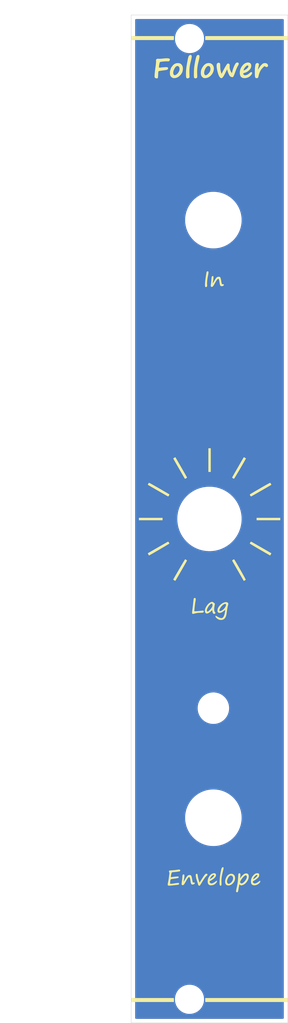
<source format=kicad_pcb>
(kicad_pcb (version 20211014) (generator pcbnew)
  (layers (0 "F.Cu" signal) (31 "B.Cu" signal) (34 "B.Paste" user) (35 "F.Paste" user) (36 "B.SilkS" user "B.Silkscreen") (37 "F.SilkS" user "F.Silkscreen") (38 "B.Mask" user) (39 "F.Mask" user) (44 "Edge.Cuts" user))
  (net 0 "")
  (footprint "Eurorack_Frontpanels:Eurorack_Frontpanel_4HP_M2.5" (layer "F.Cu") (at 0 0)
    (fp_text reference "REF**")
    (fp_text value "Eurorack_Frontpanel_4HP_M2.5")
    (fp_line (start 20 128.5) (end 0 128.5) (layer "Edge.Cuts") (width 0.05))
    (fp_line (start 0 0) (end 20 0) (layer "Edge.Cuts") (width 0.05))
    (fp_line (start 20 0) (end 20 128.5) (layer "Edge.Cuts") (width 0.05))
    (fp_line (start 0 128.5) (end 0 0) (layer "Edge.Cuts") (width 0.05))
    (pad "" np_thru_hole circle locked (at 7.45 3) (size 2.7 2.7) (drill 2.7) (layers F&B.Cu *.Mask))
    (pad "" np_thru_hole circle locked (at 7.45 125.5) (size 2.7 2.7) (drill 2.7) (layers F&B.Cu *.Mask))
  )
  (footprint "Envelope Follower:Front" (layer "F.Cu") (at 10 64.25)
    (fp_text reference "G***" hide)
    (fp_text value "LOGO" hide)
    (fp_poly (pts (xy 6.205788 45.178904) (xy 6.28948 45.211023) (xy 6.300082 45.219481) (xy 6.344948 45.29498) (xy 6.358501 45.400555) (xy 6.34117 45.519539) (xy 6.29339 45.635261) (xy 6.289123 45.642467) (xy 6.217494 45.731839) (xy 6.106499 45.835173) (xy 5.968151 45.942908) (xy 5.814461 46.045482) (xy 5.700167 46.111244) (xy 5.593438 46.180235) (xy 5.541161 46.246982) (xy 5.541752 46.316529) (xy 5.593627 46.393921) (xy 5.607059 46.407847) (xy 5.702996 46.465868) (xy 5.823886 46.475613) (xy 5.966558 46.437817) (xy 6.127842 46.353217) (xy 6.264408 46.255301) (xy 6.346183 46.19524) (xy 6.415462 46.152987) (xy 6.45512 46.138153) (xy 6.489679 46.159988) (xy 6.495974 46.215791) (xy 6.474706 46.291014) (xy 6.445133 46.345417) (xy 6.331161 46.476575) (xy 6.184122 46.584355) (xy 6.017126 46.663695) (xy 5.843284 46.709532) (xy 5.675705 46.716805) (xy 5.551836 46.690323) (xy 5.43274 46.626406) (xy 5.353874 46.531501) (xy 5.312541 46.425492) (xy 5.288754 46.249203) (xy 5.304682 46.050294) (xy 5.344629 45.895641) (xy 5.594216 45.895641) (xy 5.613327 45.913554) (xy 5.666543 45.8955) (xy 5.747687 45.845143) (xy 5.850583 45.766145) (xy 5.934185 45.694025) (xy 6.037304 45.595684) (xy 6.097604 45.522375) (xy 6.118958 45.4673) (xy 6.105238 45.423661) (xy 6.094925 45.411848) (xy 6.059318 45.386391) (xy 6.017425 45.391104) (xy 5.969966 45.413315) (xy 5.88217 45.47448) (xy 5.790383 45.563697) (xy 5.705444 45.667048) (xy 5.638198 45.770618) (xy 5.599485 45.860489) (xy 5.594216 45.895641) (xy 5.344629 45.895641) (xy 5.357995 45.843895) (xy 5.427181 45.68122) (xy 5.500815 45.565521) (xy 5.601751 45.443952) (xy 5.714127 45.333177) (xy 5.822079 45.249862) (xy 5.856974 45.229713) (xy 5.971002 45.188677) (xy 6.093451 45.171598)) (layer "F.SilkS") (width 0) (fill solid))
    (fp_poly (pts (xy -0.375977 45.239299) (xy -0.304764 45.250118) (xy -0.272112 45.27659) (xy -0.26008 45.333583) (xy -0.259889 45.335524) (xy -0.263199 45.399364) (xy -0.295786 45.451505) (xy -0.352047 45.499675) (xy -0.458898 45.600242) (xy -0.585211 45.753772) (xy -0.730937 45.960196) (xy -0.896025 46.219445) (xy -0.976941 46.353866) (xy -1.058748 46.48889) (xy -1.13319 46.606264) (xy -1.194594 46.697461) (xy -1.237286 46.753957) (xy -1.25264 46.768167) (xy -1.30568 46.767755) (xy -1.358939 46.74952) (xy -1.413513 46.704285) (xy -1.43573 46.660135) (xy -1.447447 46.61517) (xy -1.473724 46.52703) (xy -1.511325 46.406171) (xy -1.557019 46.26305) (xy -1.588424 46.166407) (xy -1.654951 45.953765) (xy -1.701449 45.781781) (xy -1.730568 45.639355) (xy -1.744962 45.515391) (xy -1.745315 45.509933) (xy -1.751199 45.399574) (xy -1.749938 45.332482) (xy -1.738656 45.295582) (xy -1.714478 45.275795) (xy -1.691759 45.266389) (xy -1.614022 45.247696) (xy -1.559781 45.263529) (xy -1.523982 45.319967) (xy -1.501572 45.423085) (xy -1.492802 45.505687) (xy -1.471138 45.656589) (xy -1.430998 45.837762) (xy -1.37717 46.027982) (xy -1.369852 46.050923) (xy -1.265668 46.373197) (xy -1.180955 46.234485) (xy -1.038642 46.004529) (xy -0.907312 45.798355) (xy -0.790714 45.621588) (xy -0.6926 45.479856) (xy -0.616719 45.378784) (xy -0.587879 45.344805) (xy -0.521085 45.27745) (xy -0.468077 45.245038) (xy -0.408538 45.237454)) (layer "F.SilkS") (width 0) (fill solid))
    (fp_poly (pts (xy -3.853247 -58.103783) (xy -3.700662 -58.044806) (xy -3.576143 -57.942278) (xy -3.531239 -57.886536) (xy -3.456983 -57.761813) (xy -3.412469 -57.62682) (xy -3.394052 -57.466174) (xy -3.395432 -57.313689) (xy -3.429648 -57.082674) (xy -3.512343 -56.869441) (xy -3.646557 -56.667567) (xy -3.760785 -56.541471) (xy -3.944672 -56.382761) (xy -4.129504 -56.276102) (xy -4.32326 -56.217476) (xy -4.429684 -56.204672) (xy -4.546187 -56.201195) (xy -4.631744 -56.211775) (xy -4.711041 -56.240567) (xy -4.746229 -56.257955) (xy -4.848962 -56.329164) (xy -4.940652 -56.422506) (xy -4.956499 -56.443771) (xy -4.99854 -56.510646) (xy -5.02499 -56.575274) (xy -5.040481 -56.65551) (xy -5.049646 -56.769209) (xy -5.051785 -56.811068) (xy -5.055279 -56.947499) (xy -5.054189 -56.963791) (xy -4.626966 -56.963791) (xy -4.6264 -56.808159) (xy -4.586374 -56.680676) (xy -4.544779 -56.622404) (xy -4.468965 -56.576484) (xy -4.372539 -56.580745) (xy -4.253793 -56.635441) (xy -4.196194 -56.673988) (xy -4.068559 -56.791157) (xy -3.956224 -56.940552) (xy -3.872604 -57.101966) (xy -3.837796 -57.213869) (xy -3.820487 -57.383888) (xy -3.840195 -57.525955) (xy -3.89033 -57.636355) (xy -3.964301 -57.71137) (xy -4.055519 -57.747283) (xy -4.157393 -57.740376) (xy -4.263334 -57.686933) (xy -4.36675 -57.583235) (xy -4.402431 -57.53236) (xy -4.51393 -57.332613) (xy -4.589126 -57.140849) (xy -4.626966 -56.963791) (xy -5.054189 -56.963791) (xy -5.048207 -57.053195) (xy -5.02716 -57.153475) (xy -4.989975 -57.270078) (xy -4.95437 -57.3735) (xy -4.926193 -57.457021) (xy -4.910494 -57.505624) (xy -4.909193 -57.510234) (xy -4.888469 -57.550199) (xy -4.88601 -57.552614) (xy -4.86238 -57.582172) (xy -4.818475 -57.643314) (xy -4.781717 -57.696563) (xy -4.629763 -57.881499) (xy -4.46072 -58.013232) (xy -4.272252 -58.093106) (xy -4.062026 -58.122462) (xy -4.041381 -58.122673)) (layer "F.SilkS") (width 0) (fill solid))
    (fp_poly (pts (xy 10.030034 -61.056063) (xy -0.536818 -61.056063) (xy -0.536818 -61.564628) (xy 10.030034 -61.564628)) (layer "F.SilkS") (width 0) (fill solid))
    (fp_poly (pts (xy 0.123585 -58.093452) (xy 0.27611 -58.020505) (xy 0.397604 -57.909219) (xy 0.427705 -57.86683) (xy 0.507456 -57.715658) (xy 0.550205 -57.563356) (xy 0.560584 -57.389662) (xy 0.556307 -57.304161) (xy 0.511858 -57.072199) (xy 0.417445 -56.848069) (xy 0.279583 -56.641371) (xy 0.104787 -56.461706) (xy -0.100426 -56.318672) (xy -0.119642 -56.308202) (xy -0.269472 -56.246505) (xy -0.432184 -56.20939) (xy -0.590427 -56.198797) (xy -0.726853 -56.216666) (xy -0.776974 -56.234729) (xy -0.897908 -56.317854) (xy -1.002149 -56.439584) (xy -1.060105 -56.54665) (xy -1.087614 -56.651871) (xy -1.102168 -56.791849) (xy -1.102373 -56.8176) (xy -0.673872 -56.8176) (xy -0.642113 -56.689855) (xy -0.636301 -56.677902) (xy -0.578878 -56.598644) (xy -0.50805 -56.567658) (xy -0.414383 -56.582647) (xy -0.351914 -56.608608) (xy -0.258699 -56.670287) (xy -0.154691 -56.765829) (xy -0.054962 -56.878853) (xy 0.025416 -56.992983) (xy 0.057234 -57.053239) (xy 0.110378 -57.213414) (xy 0.129244 -57.367016) (xy 0.11616 -57.505585) (xy 0.073457 -57.620662) (xy 0.003465 -57.70379) (xy -0.091488 -57.746509) (xy -0.134768 -57.75039) (xy -0.249984 -57.725839) (xy -0.35843 -57.65042) (xy -0.463742 -57.521486) (xy -0.477037 -57.501209) (xy -0.570207 -57.328292) (xy -0.635609 -57.148758) (xy -0.670934 -56.974548) (xy -0.673872 -56.8176) (xy -1.102373 -56.8176) (xy -1.103397 -56.946252) (xy -1.09093 -57.094748) (xy -1.071854 -57.191939) (xy -0.999186 -57.394701) (xy -0.895753 -57.590768) (xy -0.769913 -57.768997) (xy -0.630023 -57.918246) (xy -0.484442 -58.027372) (xy -0.420969 -58.059705) (xy -0.234876 -58.115306) (xy -0.050051 -58.125804)) (layer "F.SilkS") (width 0) (fill solid))
    (fp_poly (pts (xy 2.24951 10.628377) (xy 2.268337 10.636495) (xy 2.349152 10.687584) (xy 2.394148 10.752882) (xy 2.405305 10.841914) (xy 2.384604 10.964209) (xy 2.356574 11.061115) (xy 2.32863 11.167054) (xy 2.297973 11.312963) (xy 2.267638 11.482598) (xy 2.240659 11.659714) (xy 2.230807 11.734437) (xy 2.200572 11.962233) (xy 2.171786 12.142975) (xy 2.142002 12.285981) (xy 2.108777 12.400568) (xy 2.069665 12.496055) (xy 2.022222 12.581761) (xy 1.99919 12.61713) (xy 1.878842 12.753967) (xy 1.734919 12.840443) (xy 1.562832 12.878924) (xy 1.485935 12.881417) (xy 1.376978 12.875114) (xy 1.278081 12.86123) (xy 1.229033 12.848723) (xy 1.098997 12.788651) (xy 0.976871 12.708592) (xy 0.87327 12.618119) (xy 0.798806 12.526806) (xy 0.764095 12.444227) (xy 0.762848 12.428238) (xy 0.770258 12.373924) (xy 0.796948 12.351634) (xy 0.849606 12.362206) (xy 0.934922 12.406479) (xy 1.021919 12.460724) (xy 1.177662 12.548267) (xy 1.331091 12.610862) (xy 1.469164 12.644255) (xy 1.578841 12.644196) (xy 1.582328 12.643465) (xy 1.691164 12.590817) (xy 1.786236 12.484422) (xy 1.866907 12.325493) (xy 1.932536 12.115244) (xy 1.976387 11.894772) (xy 1.997812 11.75449) (xy 2.00688 11.664851) (xy 2.000562 11.620764) (xy 1.975829 11.61714) (xy 1.92965 11.648889) (xy 1.86419 11.706251) (xy 1.705506 11.830424) (xy 1.550283 11.917992) (xy 1.404353 11.968961) (xy 1.273549 11.983339) (xy 1.163704 11.96113) (xy 1.080651 11.902342) (xy 1.030223 11.806981) (xy 1.017288 11.705344) (xy 1.023382 11.624186) (xy 1.258478 11.624186) (xy 1.260121 11.670497) (xy 1.26991 11.694189) (xy 1.324874 11.744093) (xy 1.411171 11.747001) (xy 1.528769 11.702917) (xy 1.628466 11.644895) (xy 1.756285 11.547519) (xy 1.871877 11.432081) (xy 1.9705 11.306985) (xy 2.047414 11.180636) (xy 2.097879 11.061436) (xy 2.117155 10.957791) (xy 2.100501 10.878102) (xy 2.077008 10.849692) (xy 2.008347 10.827117) (xy 1.916993 10.846623) (xy 1.810175 10.902355) (xy 1.695124 10.988461) (xy 1.57907 11.099087) (xy 1.469244 11.22838) (xy 1.372875 11.370486) (xy 1.324997 11.458495) (xy 1.278973 11.558356) (xy 1.258478 11.624186) (xy 1.023382 11.624186) (xy 1.028766 11.55248) (xy 1.067279 11.413954) (xy 1.139529 11.269878) (xy 1.191733 11.187542) (xy 1.318964 11.026517) (xy 1.468677 10.885107) (xy 1.632159 10.767772) (xy 1.800697 10.678971) (xy 1.965576 10.623165) (xy 2.118085 10.604814)) (layer "F.SilkS") (width 0) (fill solid))
    (fp_poly (pts (xy -1.82787 10.077381) (xy -1.811805 10.084627) (xy -1.768281 10.139051) (xy -1.751191 10.237937) (xy -1.761034 10.375547) (xy -1.778626 10.467964) (xy -1.7977 10.566031) (xy -1.818695 10.696593) (xy -1.840528 10.850048) (xy -1.862118 11.016795) (xy -1.882381 11.187233) (xy -1.900236 11.35176) (xy -1.9146 11.500774) (xy -1.924393 11.624675) (xy -1.92853 11.71386) (xy -1.925931 11.758729) (xy -1.92443 11.76162) (xy -1.886194 11.769814) (xy -1.801102 11.771303) (xy -1.678329 11.766693) (xy -1.52705 11.756591) (xy -1.356441 11.741606) (xy -1.175678 11.722343) (xy -1.003153 11.700668) (xy -0.878079 11.687139) (xy -0.798403 11.689863) (xy -0.754494 11.712249) (xy -0.736721 11.757706) (xy -0.734594 11.79572) (xy -0.740223 11.860146) (xy -0.76247 11.906004) (xy -0.809375 11.936465) (xy -0.888978 11.9547) (xy -1.009317 11.963878) (xy -1.169185 11.967101) (xy -1.379922 11.97377) (xy -1.55781 11.991738) (xy -1.725825 12.023549) (xy -1.765851 12.033182) (xy -1.905178 12.06777) (xy -2.000359 12.090572) (xy -2.062081 12.103455) (xy -2.101032 12.108285) (xy -2.1279 12.106926) (xy -2.153371 12.101246) (xy -2.154319 12.101004) (xy -2.189127 12.082021) (xy -2.211022 12.041537) (xy -2.220316 11.97263) (xy -2.217323 11.868379) (xy -2.202355 11.72186) (xy -2.179225 11.550352) (xy -2.154284 11.36629) (xy -2.127433 11.150769) (xy -2.101643 10.928626) (xy -2.079882 10.724699) (xy -2.076833 10.693993) (xy -2.060827 10.535439) (xy -2.045554 10.392771) (xy -2.032286 10.277254) (xy -2.022297 10.200155) (xy -2.018489 10.177404) (xy -1.978428 10.109015) (xy -1.907775 10.072481)) (layer "F.SilkS") (width 0) (fill solid))
    (fp_poly (pts (xy 0.476053 -30.955212) (xy 0.494741 -30.937219) (xy 0.507867 -30.882416) (xy 0.511543 -30.785884) (xy 0.506589 -30.661462) (xy 0.493826 -30.522987) (xy 0.474076 -30.384297) (xy 0.456633 -30.294939) (xy 0.43557 -30.189556) (xy 0.424115 -30.108979) (xy 0.423864 -30.065817) (xy 0.427105 -30.061847) (xy 0.450475 -30.084695) (xy 0.493152 -30.145552) (xy 0.547265 -30.232886) (xy 0.566941 -30.266686) (xy 0.67786 -30.455729) (xy 0.768832 -30.599872) (xy 0.84424 -30.705214) (xy 0.90847 -30.777855) (xy 0.965905 -30.823893) (xy 0.968633 -30.82558) (xy 1.07087 -30.865848) (xy 1.187976 -30.880268) (xy 1.293962 -30.866836) (xy 1.327318 -30.853271) (xy 1.379992 -30.797072) (xy 1.427723 -30.687047) (xy 1.47078 -30.522364) (xy 1.509436 -30.302193) (xy 1.511079 -30.290948) (xy 1.53187 -30.164889) (xy 1.554203 -30.057604) (xy 1.574941 -29.9829) (xy 1.586863 -29.957343) (xy 1.638686 -29.928287) (xy 1.692962 -29.921948) (xy 1.777936 -29.923815) (xy 1.820815 -29.910899) (xy 1.835437 -29.876456) (xy 1.836485 -29.851996) (xy 1.810818 -29.771453) (xy 1.741811 -29.710139) (xy 1.641454 -29.675812) (xy 1.558362 -29.672036) (xy 1.477585 -29.684413) (xy 1.416948 -29.714573) (xy 1.371776 -29.770538) (xy 1.337394 -29.860326) (xy 1.309127 -29.991956) (xy 1.287168 -30.1372) (xy 1.257271 -30.330667) (xy 1.226279 -30.470959) (xy 1.191636 -30.561388) (xy 1.150789 -30.605268) (xy 1.101184 -30.605911) (xy 1.040266 -30.566629) (xy 0.992117 -30.519907) (xy 0.939448 -30.45347) (xy 0.869595 -30.350411) (xy 0.791306 -30.224316) (xy 0.713328 -30.088771) (xy 0.706341 -30.076055) (xy 0.609264 -29.901994) (xy 0.532006 -29.772725) (xy 0.469765 -29.68218) (xy 0.417738 -29.624289) (xy 0.371123 -29.592984) (xy 0.325117 -29.582197) (xy 0.315342 -29.581968) (xy 0.247239 -29.589634) (xy 0.209424 -29.603158) (xy 0.17641 -29.645555) (xy 0.16235 -29.720061) (xy 0.166806 -29.834048) (xy 0.187054 -29.98114) (xy 0.20584 -30.115819) (xy 0.22383 -30.280512) (xy 0.238296 -30.448756) (xy 0.243471 -30.528032) (xy 0.255742 -30.683048) (xy 0.272619 -30.805485) (xy 0.292569 -30.885296) (xy 0.300657 -30.902392) (xy 0.35147 -30.947286) (xy 0.417773 -30.966299)) (layer "F.SilkS") (width 0) (fill solid))
    (fp_poly (pts (xy -2.331788 -59.133437) (xy -2.307048 -59.111402) (xy -2.278701 -59.064689) (xy -2.264958 -58.998417) (xy -2.266431 -58.905886) (xy -2.283732 -58.780396) (xy -2.317474 -58.615246) (xy -2.368269 -58.403736) (xy -2.373646 -58.382403) (xy -2.449755 -58.061042) (xy -2.505091 -57.775468) (xy -2.541521 -57.509692) (xy -2.560909 -57.247725) (xy -2.565124 -56.973582) (xy -2.560603 -56.781042) (xy -2.543579 -56.306133) (xy -2.612552 -56.23716) (xy -2.690691 -56.188391) (xy -2.786122 -56.167031) (xy -2.873618 -56.177254) (xy -2.898829 -56.18981) (xy -2.93739 -56.226165) (xy -2.965255 -56.281424) (xy -2.983901 -56.363822) (xy -2.994806 -56.481594) (xy -2.999445 -56.642975) (xy -2.999861 -56.75316) (xy -2.998538 -56.90888) (xy -2.995446 -57.052888) (xy -2.991006 -57.171572) (xy -2.985642 -57.251323) (xy -2.983967 -57.265272) (xy -2.972404 -57.353281) (xy -2.959187 -57.466231) (xy -2.951712 -57.535902) (xy -2.935981 -57.660444) (xy -2.910898 -57.825695) (xy -2.879043 -58.017133) (xy -2.84299 -58.220231) (xy -2.805318 -58.420468) (xy -2.768603 -58.603318) (xy -2.735894 -58.752246) (xy -2.698453 -58.894076) (xy -2.661071 -58.992792) (xy -2.618289 -59.061515) (xy -2.597763 -59.084226) (xy -2.50833 -59.145088) (xy -2.414723 -59.161954)) (layer "F.SilkS") (width 0) (fill solid))
    (fp_poly (pts (xy 4.409291 -7.859413) (xy 4.472441 -7.831536) (xy 4.529775 -7.79824) (xy 4.663194 -7.713627) (xy 4.607185 -7.607481) (xy 4.549153 -7.500388) (xy 4.471334 -7.361122) (xy 4.376998 -7.195205) (xy 4.269413 -7.008155) (xy 4.15185 -6.805494) (xy 4.027576 -6.59274) (xy 3.899862 -6.375415) (xy 3.771975 -6.159038) (xy 3.647186 -5.94913) (xy 3.528763 -5.75121) (xy 3.419975 -5.570798) (xy 3.324091 -5.413416) (xy 3.244381 -5.284581) (xy 3.184113 -5.189816) (xy 3.146556 -5.134639) (xy 3.135568 -5.122532) (xy 3.087689 -5.13347) (xy 3.017062 -5.168132) (xy 2.988661 -5.185707) (xy 2.918536 -5.242249) (xy 2.898312 -5.288525) (xy 2.901082 -5.300618) (xy 2.918239 -5.333339) (xy 2.960353 -5.409001) (xy 3.024169 -5.52196) (xy 3.106435 -5.66657) (xy 3.203896 -5.837185) (xy 3.313299 -6.028159) (xy 3.43139 -6.233848) (xy 3.554916 -6.448604) (xy 3.680623 -6.666782) (xy 3.805257 -6.882738) (xy 3.925565 -7.090824) (xy 4.038293 -7.285396) (xy 4.140187 -7.460807) (xy 4.227994 -7.611413) (xy 4.29846 -7.731566) (xy 4.348332 -7.815623) (xy 4.374356 -7.857936) (xy 4.376998 -7.861615)) (layer "F.SilkS") (width 0) (fill solid))
    (fp_poly (pts (xy -7.695049 -4.596453) (xy -7.636815 -4.571648) (xy -7.552039 -4.529824) (xy -7.437318 -4.46916) (xy -7.289249 -4.387838) (xy -7.10443 -4.284037) (xy -6.879457 -4.155938) (xy -6.610927 -4.001721) (xy -6.464316 -3.917165) (xy -6.21945 -3.775633) (xy -5.988293 -3.641719) (xy -5.775688 -3.518252) (xy -5.586481 -3.408058) (xy -5.425516 -3.313966) (xy -5.297638 -3.238804) (xy -5.207692 -3.185399) (xy -5.160522 -3.15658) (xy -5.155662 -3.153317) (xy -5.123131 -3.12564) (xy -5.117171 -3.096531) (xy -5.138001 -3.046527) (xy -5.15728 -3.009948) (xy -5.208735 -2.922342) (xy -5.252601 -2.880579) (xy -5.303455 -2.878528) (xy -5.375878 -2.910055) (xy -5.384237 -2.914482) (xy -5.432445 -2.94125) (xy -5.523275 -2.992688) (xy -5.650435 -3.065174) (xy -5.80763 -3.155089) (xy -5.988568 -3.258813) (xy -6.186955 -3.372725) (xy -6.396497 -3.493205) (xy -6.610901 -3.616632) (xy -6.823874 -3.739388) (xy -7.029122 -3.857851) (xy -7.220351 -3.968402) (xy -7.391269 -4.067419) (xy -7.535581 -4.151284) (xy -7.621207 -4.201262) (xy -7.882348 -4.354112) (xy -7.827139 -4.458536) (xy -7.785707 -4.534422) (xy -7.751539 -4.592894) (xy -7.745503 -4.602283) (xy -7.730144 -4.606058)) (layer "F.SilkS") (width 0) (fill solid))
    (fp_poly (pts (xy 6.246921 -58.089568) (xy 6.303983 -58.022529) (xy 6.304797 -58.020775) (xy 6.316985 -57.977356) (xy 6.316797 -57.918067) (xy 6.302871 -57.83137) (xy 6.273843 -57.705722) (xy 6.262069 -57.659035) (xy 6.231129 -57.53284) (xy 6.206463 -57.422738) (xy 6.191115 -57.342893) (xy 6.187542 -57.31211) (xy 6.200251 -57.310372) (xy 6.234436 -57.350407) (xy 6.284185 -57.424562) (xy 6.319233 -57.482571) (xy 6.405642 -57.614041) (xy 6.51355 -57.755284) (xy 6.621844 -57.878958) (xy 6.638434 -57.895928) (xy 6.739109 -57.992296) (xy 6.81724 -58.054152) (xy 6.886202 -58.090603) (xy 6.951737 -58.109268) (xy 7.120438 -58.123725) (xy 7.263691 -58.096383) (xy 7.375315 -58.029907) (xy 7.449129 -57.926966) (xy 7.463211 -57.888592) (xy 7.482727 -57.804317) (xy 7.477493 -57.744086) (xy 7.456435 -57.697766) (xy 7.392162 -57.634507) (xy 7.302486 -57.611486) (xy 7.203384 -57.63046) (xy 7.14498 -57.663516) (xy 7.080975 -57.703411) (xy 7.03141 -57.721968) (xy 7.028347 -57.722136) (xy 6.991123 -57.702101) (xy 6.927545 -57.648621) (xy 6.847463 -57.571638) (xy 6.76073 -57.481089) (xy 6.677196 -57.386916) (xy 6.606713 -57.299057) (xy 6.599984 -57.289937) (xy 6.508067 -57.141103) (xy 6.420009 -56.957803) (xy 6.345081 -56.761818) (xy 6.292551 -56.574929) (xy 6.289443 -56.560291) (xy 6.260781 -56.426275) (xy 6.237867 -56.336815) (xy 6.21638 -56.280864) (xy 6.191996 -56.247375) (xy 6.160393 -56.2253) (xy 6.157822 -56.22391) (xy 6.082424 -56.2015) (xy 5.993553 -56.198311) (xy 5.915707 -56.213272) (xy 5.879025 -56.236083) (xy 5.846004 -56.290722) (xy 5.821929 -56.368517) (xy 5.805876 -56.476928) (xy 5.796918 -56.623415) (xy 5.794132 -56.81544) (xy 5.794629 -56.916908) (xy 5.796539 -57.103001) (xy 5.798763 -57.245075) (xy 5.801901 -57.355614) (xy 5.806556 -57.447106) (xy 5.81333 -57.532038) (xy 5.822824 -57.622895) (xy 5.832756 -57.708009) (xy 5.854348 -57.859365) (xy 5.881125 -57.965263) (xy 5.919622 -58.036733) (xy 5.976375 -58.084809) (xy 6.05792 -58.120524) (xy 6.081836 -58.128459) (xy 6.164752 -58.128799)) (layer "F.SilkS") (width 0) (fill solid))
    (fp_poly (pts (xy -5.263743 2.90377) (xy -5.219022 2.945144) (xy -5.182359 2.998335) (xy -5.142142 3.072231) (xy -5.122315 3.129501) (xy -5.122582 3.145843) (xy -5.147977 3.164091) (xy -5.216827 3.20729) (xy -5.323605 3.272215) (xy -5.462786 3.355641) (xy -5.628843 3.454342) (xy -5.816251 3.565093) (xy -6.019482 3.684668) (xy -6.233012 3.809842) (xy -6.451313 3.93739) (xy -6.66886 4.064086) (xy -6.880127 4.186704) (xy -7.079587 4.302019) (xy -7.261715 4.406807) (xy -7.420984 4.49784) (xy -7.551868 4.571894) (xy -7.648841 4.625744) (xy -7.706377 4.656163) (xy -7.719933 4.661846) (xy -7.739129 4.639193) (xy -7.775522 4.58072) (xy -7.808015 4.523118) (xy -7.88352 4.38439) (xy -7.791315 4.328231) (xy -7.725972 4.28929) (xy -7.621858 4.228309) (xy -7.484712 4.148583) (xy -7.320278 4.053402) (xy -7.134297 3.946059) (xy -6.93251 3.829847) (xy -6.72066 3.708057) (xy -6.504487 3.583982) (xy -6.289734 3.460913) (xy -6.082142 3.342144) (xy -5.887454 3.230967) (xy -5.711409 3.130673) (xy -5.559752 3.044555) (xy -5.438222 2.975906) (xy -5.352562 2.928017) (xy -5.308513 2.904181) (xy -5.304451 2.902278)) (layer "F.SilkS") (width 0) (fill solid))
    (fp_poly (pts (xy 0.450993 10.596425) (xy 0.521432 10.660036) (xy 0.525584 10.666188) (xy 0.574582 10.717025) (xy 0.621806 10.736373) (xy 0.65897 10.743748) (xy 0.680187 10.771375) (xy 0.686072 10.827514) (xy 0.677237 10.920422) (xy 0.654298 11.058356) (xy 0.6482 11.091384) (xy 0.610327 11.337541) (xy 0.597957 11.536896) (xy 0.611411 11.693231) (xy 0.651009 11.810331) (xy 0.716091 11.891168) (xy 0.757303 11.951091) (xy 0.753123 12.012639) (xy 0.713426 12.06567) (xy 0.648087 12.100041) (xy 0.566983 12.105611) (xy 0.519657 12.092893) (xy 0.467945 12.04742) (xy 0.420019 11.963957) (xy 0.383885 11.860864) (xy 0.367549 11.756501) (xy 0.367297 11.743514) (xy 0.363023 11.675022) (xy 0.352641 11.635418) (xy 0.351704 11.634313) (xy 0.326391 11.645625) (xy 0.273831 11.689825) (xy 0.204629 11.757845) (xy 0.193078 11.769955) (xy 0.067328 11.884208) (xy -0.068859 11.976622) (xy -0.201529 12.039255) (xy -0.316724 12.064167) (xy -0.324177 12.064293) (xy -0.434635 12.040675) (xy -0.516319 11.974289) (xy -0.567767 11.871832) (xy -0.587515 11.740005) (xy -0.585415 11.715809) (xy -0.335638 11.715809) (xy -0.305139 11.776106) (xy -0.266584 11.804288) (xy -0.222257 11.803667) (xy -0.152337 11.773321) (xy -0.143086 11.768571) (xy -0.068085 11.714751) (xy 0.024936 11.62647) (xy 0.124135 11.517237) (xy 0.217671 11.400563) (xy 0.293704 11.289961) (xy 0.324632 11.234891) (xy 0.372541 11.109121) (xy 0.390946 10.991822) (xy 0.381102 10.893258) (xy 0.344263 10.823697) (xy 0.281684 10.793404) (xy 0.270631 10.792881) (xy 0.206426 10.815149) (xy 0.12223 10.875642) (xy 0.028356 10.964892) (xy -0.064879 11.073432) (xy -0.1234 11.15455) (xy -0.227207 11.327467) (xy -0.298326 11.482561) (xy -0.335042 11.613964) (xy -0.335638 11.715809) (xy -0.585415 11.715809) (xy -0.574103 11.585506) (xy -0.526066 11.415036) (xy -0.48639 11.321182) (xy -0.364793 11.101979) (xy -0.223102 10.912077) (xy -0.068217 10.758527) (xy 0.092963 10.648378) (xy 0.223486 10.59579) (xy 0.353982 10.575546)) (layer "F.SilkS") (width 0) (fill solid))
    (fp_poly (pts (xy 9.041157 0.169521) (xy 6.01802 0.169521) (xy 6.01802 -0.141269) (xy 9.041157 -0.141269)) (layer "F.SilkS") (width 0) (fill solid))
    (fp_poly (pts (xy 3.156307 5.15971) (xy 3.181601 5.191146) (xy 3.230414 5.265445) (xy 3.299582 5.377053) (xy 3.385941 5.520414) (xy 3.486327 5.689975) (xy 3.597575 5.880181) (xy 3.716523 6.085475) (xy 3.840005 6.300305) (xy 3.964858 6.519114) (xy 4.087918 6.736349) (xy 4.20602 6.946453) (xy 4.316001 7.143873) (xy 4.414696 7.323054) (xy 4.498942 7.478441) (xy 4.565574 7.604479) (xy 4.611429 7.695613) (xy 4.633341 7.746289) (xy 4.634401 7.754643) (xy 4.595124 7.786867) (xy 4.526901 7.831089) (xy 4.49647 7.84878) (xy 4.384384 7.911776) (xy 4.045741 7.325131) (xy 3.931881 7.127925) (xy 3.798892 6.897652) (xy 3.655932 6.650162) (xy 3.512157 6.401308) (xy 3.376724 6.16694) (xy 3.312759 6.056269) (xy 3.209181 5.876544) (xy 3.114525 5.711287) (xy 3.032613 5.567247) (xy 2.967264 5.451177) (xy 2.922299 5.369827) (xy 2.901538 5.32995) (xy 2.900967 5.328573) (xy 2.911699 5.286952) (xy 2.95868 5.237617) (xy 3.024923 5.191802) (xy 3.093441 5.160741) (xy 3.147248 5.155668)) (layer "F.SilkS") (width 0) (fill solid))
    (fp_poly (pts (xy -5.278286 -58.728999) (xy -5.189134 -58.710477) (xy -5.155377 -58.698328) (xy -5.089061 -58.66284) (xy -5.061818 -58.617774) (xy -5.057397 -58.562387) (xy -5.078599 -58.465954) (xy -5.133462 -58.388144) (xy -5.20887 -58.345255) (xy -5.235083 -58.341572) (xy -5.295461 -58.341035) (xy -5.390355 -58.341776) (xy -5.484912 -58.343359) (xy -5.599272 -58.341947) (xy -5.736817 -58.334524) (xy -5.884199 -58.322497) (xy -6.028069 -58.307273) (xy -6.155081 -58.290259) (xy -6.251887 -58.272861) (xy -6.304208 -58.257) (xy -6.34042 -58.211789) (xy -6.373641 -58.123158) (xy -6.38699 -58.068331) (xy -6.414169 -57.924896) (xy -6.434889 -57.789297) (xy -6.447851 -57.673269) (xy -6.451756 -57.588545) (xy -6.445304 -57.546863) (xy -6.444775 -57.546215) (xy -6.409892 -57.539909) (xy -6.333779 -57.541412) (xy -6.231102 -57.550265) (xy -6.200919 -57.553832) (xy -6.066422 -57.568616) (xy -5.904003 -57.583529) (xy -5.742185 -57.596026) (xy -5.691266 -57.599339) (xy -5.529591 -57.605909) (xy -5.415914 -57.600783) (xy -5.342437 -57.581197) (xy -5.301362 -57.544387) (xy -5.28489 -57.487589) (xy -5.283426 -57.454783) (xy -5.297148 -57.373672) (xy -5.342749 -57.312454) (xy -5.426876 -57.267027) (xy -5.556178 -57.233292) (xy -5.672035 -57.215103) (xy -5.911768 -57.183222) (xy -6.101285 -57.157149) (xy -6.246468 -57.135888) (xy -6.353198 -57.118447) (xy -6.427357 -57.103829) (xy -6.474825 -57.091041) (xy -6.501484 -57.079088) (xy -6.508294 -57.073681) (xy -6.522798 -57.03151) (xy -6.535851 -56.939238) (xy -6.546778 -56.803265) (xy -6.554838 -56.631944) (xy -6.561524 -56.460828) (xy -6.570275 -56.338132) (xy -6.584629 -56.255788) (xy -6.608127 -56.205729) (xy -6.644307 -56.179887) (xy -6.69671 -56.170194) (xy -6.758102 -56.16862) (xy -6.878037 -56.194364) (xy -6.940803 -56.23556) (xy -6.978355 -56.2708) (xy -7.001027 -56.306731) (xy -7.012035 -56.357536) (xy -7.014596 -56.437401) (xy -7.012206 -56.550491) (xy -7.006281 -56.648483) (xy -6.993341 -56.791261) (xy -6.974611 -56.967708) (xy -6.951316 -57.166707) (xy -6.924681 -57.37714) (xy -6.905238 -57.521439) (xy -6.86878 -57.795788) (xy -6.842655 -58.017494) (xy -6.826595 -58.189414) (xy -6.820331 -58.314407) (xy -6.823256 -58.39268) (xy -6.831239 -58.482515) (xy -6.823288 -58.538741) (xy -6.793338 -58.583387) (xy -6.762387 -58.613685) (xy -6.710464 -58.655735) (xy -6.659666 -58.674507) (xy -6.588066 -58.67518) (xy -6.527322 -58.6692) (xy -6.439864 -58.665803) (xy -6.312533 -58.669139) (xy -6.16146 -58.678436) (xy -6.002779 -58.692919) (xy -5.980008 -58.695414) (xy -5.738846 -58.72001) (xy -5.54616 -58.73379) (xy -5.394967 -58.736778)) (layer "F.SilkS") (width 0) (fill solid))
    (fp_poly (pts (xy -1.357913 -59.150112) (xy -1.307894 -59.108546) (xy -1.280379 -59.034334) (xy -1.275121 -58.923438) (xy -1.291876 -58.771822) (xy -1.330395 -58.575448) (xy -1.381914 -58.363137) (xy -1.468503 -57.993729) (xy -1.528214 -57.65627) (xy -1.562984 -57.334102) (xy -1.574751 -57.010564) (xy -1.569398 -56.751037) (xy -1.562598 -56.582424) (xy -1.559189 -56.460814) (xy -1.559982 -56.376762) (xy -1.565786 -56.320821) (xy -1.577413 -56.283547) (xy -1.595674 -56.255494) (xy -1.613662 -56.235408) (xy -1.696977 -56.181816) (xy -1.796147 -56.166896) (xy -1.890082 -56.191141) (xy -1.938057 -56.227819) (xy -1.957077 -56.253273) (xy -1.970977 -56.286882) (xy -1.980502 -56.337071) (xy -1.986399 -56.412268) (xy -1.989416 -56.5209) (xy -1.990299 -56.671392) (xy -1.99002 -56.814081) (xy -1.986182 -57.064954) (xy -1.975516 -57.296389) (xy -1.956486 -57.521968) (xy -1.927555 -57.755277) (xy -1.887186 -58.009898) (xy -1.833842 -58.299416) (xy -1.806002 -58.440669) (xy -1.758198 -58.665948) (xy -1.713797 -58.840878) (xy -1.669787 -58.97125) (xy -1.623161 -59.062857) (xy -1.570908 -59.121492) (xy -1.510019 -59.152947) (xy -1.437485 -59.163015) (xy -1.430683 -59.163071)) (layer "F.SilkS") (width 0) (fill solid))
    (fp_poly (pts (xy 2.873863 45.245656) (xy 3.00783 45.290762) (xy 3.122689 45.375865) (xy 3.210748 45.501024) (xy 3.251566 45.609682) (xy 3.276302 45.798219) (xy 3.254069 45.98755) (xy 3.19095 46.170436) (xy 3.093033 46.33964) (xy 2.966401 46.487924) (xy 2.817139 46.608048) (xy 2.651333 46.692776) (xy 2.475067 46.73487) (xy 2.309826 46.729875) (xy 2.186501 46.683761) (xy 2.093434 46.596178) (xy 2.031368 46.473847) (xy 2.001046 46.323485) (xy 2.002979 46.170497) (xy 2.238491 46.170497) (xy 2.245387 46.312433) (xy 2.298265 46.427817) (xy 2.330788 46.465503) (xy 2.393758 46.516042) (xy 2.456006 46.529798) (xy 2.535286 46.507716) (xy 2.594665 46.479578) (xy 2.733976 46.386177) (xy 2.849387 46.265545) (xy 2.93768 46.127169) (xy 2.995639 45.980539) (xy 3.020049 45.835144) (xy 3.007693 45.700474) (xy 2.955355 45.586018) (xy 2.913307 45.539442) (xy 2.808039 45.475514) (xy 2.69973 45.46628) (xy 2.591506 45.510266) (xy 2.486492 45.605995) (xy 2.387816 45.751994) (xy 2.363025 45.79912) (xy 2.277672 46.000048) (xy 2.238491 46.170497) (xy 2.002979 46.170497) (xy 2.003215 46.151813) (xy 2.038617 45.96555) (xy 2.107996 45.771414) (xy 2.186687 45.617977) (xy 2.300789 45.463999) (xy 2.434251 45.349718) (xy 2.57938 45.275194) (xy 2.728482 45.240486)) (layer "F.SilkS") (width 0) (fill solid))
    (fp_poly (pts (xy 1.744231 44.412436) (xy 1.758788 44.419015) (xy 1.784416 44.438092) (xy 1.799487 44.468155) (xy 1.80324 44.516638) (xy 1.794912 44.590976) (xy 1.77374 44.698602) (xy 1.738963 44.846951) (xy 1.698142 45.010598) (xy 1.624923 45.322138) (xy 1.573552 45.595931) (xy 1.542344 45.845603) (xy 1.529616 46.08478) (xy 1.533683 46.327088) (xy 1.534187 46.337341) (xy 1.540274 46.495495) (xy 1.538498 46.606971) (xy 1.526658 46.681312) (xy 1.502551 46.728064) (xy 1.463976 46.75677) (xy 1.434689 46.768711) (xy 1.376105 46.764837) (xy 1.346297 46.745819) (xy 1.313699 46.680029) (xy 1.293369 46.562182) (xy 1.285318 46.395387) (xy 1.289558 46.182749) (xy 1.306102 45.927375) (xy 1.334962 45.632371) (xy 1.341724 45.573081) (xy 1.358078 45.454467) (xy 1.382068 45.308091) (xy 1.411223 45.146427) (xy 1.443069 44.981953) (xy 1.475136 44.827144) (xy 1.50495 44.694479) (xy 1.53004 44.596432) (xy 1.543428 44.555178) (xy 1.599437 44.459558) (xy 1.66876 44.410467)) (layer "F.SilkS") (width 0) (fill solid))
    (fp_poly (pts (xy -0.185451 -31.570198) (xy -0.146537 -31.539627) (xy -0.126344 -31.480816) (xy -0.124782 -31.387503) (xy -0.141765 -31.253431) (xy -0.177203 -31.072342) (xy -0.178369 -31.066957) (xy -0.25319 -30.670845) (xy -0.295882 -30.320706) (xy -0.306496 -30.016061) (xy -0.302332 -29.915218) (xy -0.295695 -29.791817) (xy -0.296249 -29.711211) (xy -0.305675 -29.659958) (xy -0.325655 -29.624613) (xy -0.340766 -29.608066) (xy -0.41616 -29.560748) (xy -0.490284 -29.562007) (xy -0.537224 -29.596151) (xy -0.558229 -29.653977) (xy -0.5695 -29.759973) (xy -0.571238 -29.906683) (xy -0.563645 -30.086649) (xy -0.546923 -30.292414) (xy -0.521272 -30.516523) (xy -0.510116 -30.598666) (xy -0.481341 -30.79793) (xy -0.452826 -30.987764) (xy -0.425864 -31.160241) (xy -0.401749 -31.307433) (xy -0.381775 -31.421416) (xy -0.367238 -31.49426) (xy -0.36002 -31.518003) (xy -0.292811 -31.554976) (xy -0.221477 -31.573141)) (layer "F.SilkS") (width 0) (fill solid))
    (fp_poly (pts (xy -4.543774 61.338663) (xy -4.534705 61.59301) (xy -7.268242 61.592945) (xy -10.001779 61.592881) (xy -10.001779 61.084315) (xy -4.552842 61.084315)) (layer "F.SilkS") (width 0) (fill solid))
    (fp_poly (pts (xy 0.66015 45.175202) (xy 0.719729 45.191326) (xy 0.767199 45.229315) (xy 0.785052 45.249223) (xy 0.83543 45.347667) (xy 0.836408 45.462621) (xy 0.79051 45.588298) (xy 0.700259 45.71891) (xy 0.568178 45.848669) (xy 0.500645 45.901663) (xy 0.397277 45.974217) (xy 0.294043 46.040859) (xy 0.213008 46.087356) (xy 0.211902 46.087914) (xy 0.092412 46.15511) (xy 0.02449 46.214246) (xy 0.00522 46.272241) (xy 0.031684 46.336015) (xy 0.082588 46.394609) (xy 0.17118 46.459249) (xy 0.259173 46.47692) (xy 0.371011 46.456755) (xy 0.505801 46.401599) (xy 0.648868 46.318625) (xy 0.772826 46.225883) (xy 0.8474 46.168322) (xy 0.906524 46.132443) (xy 0.935284 46.125827) (xy 0.953394 46.162547) (xy 0.960623 46.225927) (xy 0.937574 46.300669) (xy 0.875784 46.390649) (xy 0.786288 46.484359) (xy 0.68012 46.570289) (xy 0.568315 46.63693) (xy 0.565073 46.638472) (xy 0.416694 46.689637) (xy 0.254721 46.715337) (xy 0.104455 46.712293) (xy 0.05986 46.703964) (xy -0.02446 46.667605) (xy -0.106913 46.608822) (xy -0.117523 46.598742) (xy -0.186407 46.492683) (xy -0.224655 46.350413) (xy -0.232228 46.183229) (xy -0.209084 46.002428) (xy -0.181645 45.909205) (xy 0.053118 45.909205) (xy 0.064119 45.92657) (xy 0.108107 45.909579) (xy 0.189304 45.858457) (xy 0.301882 45.780499) (xy 0.427707 45.681942) (xy 0.52095 45.588259) (xy 0.577939 45.505198) (xy 0.595003 45.43851) (xy 0.56847 45.393942) (xy 0.553496 45.386501) (xy 0.486705 45.388833) (xy 0.402167 45.432239) (xy 0.309483 45.508347) (xy 0.218255 45.608782) (xy 0.138083 45.725172) (xy 0.113188 45.770516) (xy 0.070882 45.857261) (xy 0.053118 45.909205) (xy -0.181645 45.909205) (xy -0.155185 45.819308) (xy -0.120566 45.738484) (xy -0.000058 45.529178) (xy 0.139535 45.365312) (xy 0.294588 45.249867) (xy 0.461475 45.185826) (xy 0.566456 45.173299)) (layer "F.SilkS") (width 0) (fill solid))
    (fp_poly (pts (xy 7.773941 -4.601986) (xy 7.803491 -4.552853) (xy 7.84437 -4.479166) (xy 7.855677 -4.457979) (xy 7.91117 -4.352999) (xy 7.649746 -4.200147) (xy 7.477441 -4.099698) (xy 7.2839 -3.987377) (xy 7.074693 -3.866373) (xy 6.855392 -3.739877) (xy 6.631568 -3.611078) (xy 6.408793 -3.483165) (xy 6.192638 -3.359329) (xy 5.988676 -3.242759) (xy 5.802476 -3.136645) (xy 5.639611 -3.044177) (xy 5.505653 -2.968545) (xy 5.406172 -2.912938) (xy 5.346741 -2.880545) (xy 5.332705 -2.87361) (xy 5.291677 -2.875675) (xy 5.246387 -2.918084) (xy 5.210613 -2.970082) (xy 5.170439 -3.043972) (xy 5.150711 -3.10124) (xy 5.151043 -3.11759) (xy 5.177326 -3.137577) (xy 5.248064 -3.18291) (xy 5.358674 -3.250857) (xy 5.504572 -3.338685) (xy 5.681177 -3.443662) (xy 5.883905 -3.563055) (xy 6.108175 -3.694131) (xy 6.349403 -3.834157) (xy 6.455826 -3.895645) (xy 6.751884 -4.066062) (xy 7.002639 -4.20945) (xy 7.211402 -4.327585) (xy 7.381486 -4.422242) (xy 7.516202 -4.495195) (xy 7.618864 -4.54822) (xy 7.692782 -4.583091) (xy 7.74127 -4.601583) (xy 7.767638 -4.605471)) (layer "F.SilkS") (width 0) (fill solid))
    (fp_poly (pts (xy 10.030034 61.592881) (xy -0.536818 61.592881) (xy -0.536818 61.084315) (xy 10.030034 61.084315)) (layer "F.SilkS") (width 0) (fill solid))
    (fp_poly (pts (xy -3.809433 44.71129) (xy -3.764286 44.73487) (xy -3.740883 44.776867) (xy -3.734371 44.80761) (xy -3.745319 44.887138) (xy -3.80147 44.937032) (xy -3.881268 44.951659) (xy -3.972977 44.959351) (xy -4.06852 44.977506) (xy -4.138856 44.990117) (xy -4.2482 45.003284) (xy -4.37911 45.015092) (xy -4.464071 45.020927) (xy -4.610548 45.032007) (xy -4.710337 45.045816) (xy -4.773254 45.064241) (xy -4.807018 45.086903) (xy -4.830973 45.132806) (xy -4.857585 45.215501) (xy -4.883833 45.320078) (xy -4.906694 45.431626) (xy -4.923147 45.535232) (xy -4.930168 45.615986) (xy -4.924737 45.658976) (xy -4.923309 45.660705) (xy -4.888186 45.665002) (xy -4.809884 45.660942) (xy -4.700959 45.649484) (xy -4.605339 45.636406) (xy -4.457383 45.616812) (xy -4.306892 45.601085) (xy -4.176957 45.591471) (xy -4.125028 45.589633) (xy -4.026108 45.589601) (xy -3.970286 45.596084) (xy -3.944174 45.614004) (xy -3.934385 45.648282) (xy -3.932887 45.66026) (xy -3.940887 45.728084) (xy -3.96504 45.767044) (xy -4.00641 45.782525) (xy -4.092844 45.802391) (xy -4.213277 45.824496) (xy -4.356643 45.846695) (xy -4.422048 45.855664) (xy -4.573202 45.876252) (xy -4.707583 45.895785) (xy -4.813676 45.9125) (xy -4.879968 45.92463) (xy -4.893016 45.927883) (xy -4.940081 45.959528) (xy -4.975079 46.025128) (xy -5.000545 46.132036) (xy -5.019012 46.287609) (xy -5.019695 46.295586) (xy -5.027821 46.401841) (xy -5.027758 46.464864) (xy -5.01637 46.497703) (xy -4.990524 46.513404) (xy -4.96572 46.520292) (xy -4.913939 46.521895) (xy -4.818021 46.514544) (xy -4.689407 46.499495) (xy -4.539536 46.478004) (xy -4.45185 46.463836) (xy -4.296752 46.43939) (xy -4.158176 46.420593) (xy -4.047064 46.408698) (xy -3.974358 46.404954) (xy -3.954281 46.406951) (xy -3.906123 46.445702) (xy -3.880771 46.497602) (xy -3.880397 46.563962) (xy -3.921348 46.61113) (xy -4.008691 46.64251) (xy -4.121124 46.659111) (xy -4.212066 46.668587) (xy -4.341794 46.682792) (xy -4.49298 46.6998) (xy -4.647719 46.717619) (xy -4.854054 46.740574) (xy -5.011647 46.754857) (xy -5.127644 46.760154) (xy -5.209189 46.756153) (xy -5.263427 46.742537) (xy -5.297502 46.718994) (xy -5.317236 46.688186) (xy -5.332379 46.634871) (xy -5.331653 46.56473) (xy -5.31428 46.462236) (xy -5.303411 46.412713) (xy -5.278763 46.300182) (xy -5.256591 46.187952) (xy -5.23507 46.064917) (xy -5.212377 45.919969) (xy -5.186686 45.742) (xy -5.156172 45.519903) (xy -5.153547 45.500488) (xy -5.133565 45.347889) (xy -5.121789 45.239164) (xy -5.11814 45.162293) (xy -5.122544 45.105255) (xy -5.134922 45.056027) (xy -5.150434 45.014392) (xy -5.175014 44.941378) (xy -5.176731 44.888819) (xy -5.149042 44.852798) (xy -5.085399 44.829399) (xy -4.979258 44.814705) (xy -4.824072 44.804802) (xy -4.798062 44.803575) (xy -4.623924 44.791755) (xy -4.426223 44.772462) (xy -4.236866 44.749004) (xy -4.158519 44.737271) (xy -3.998232 44.71387) (xy -3.884643 44.70475)) (layer "F.SilkS") (width 0) (fill solid))
    (fp_poly (pts (xy 3.921228 45.214758) (xy 3.950968 45.305184) (xy 3.95541 45.44546) (xy 3.934666 45.635961) (xy 3.930048 45.664905) (xy 3.919258 45.755642) (xy 3.926122 45.793188) (xy 3.951427 45.778283) (xy 3.990152 45.721412) (xy 4.070221 45.608993) (xy 4.175549 45.488637) (xy 4.28977 45.37717) (xy 4.396514 45.291419) (xy 4.428147 45.27114) (xy 4.574916 45.208469) (xy 4.713229 45.192462) (xy 4.835063 45.220365) (xy 4.932392 45.289421) (xy 4.997194 45.396877) (xy 5.016334 45.473124) (xy 5.01962 45.670322) (xy 4.97652 45.873768) (xy 4.893546 46.07442) (xy 4.77721 46.263239) (xy 4.634026 46.431184) (xy 4.470505 46.569215) (xy 4.293162 46.668291) (xy 4.119638 46.717832) (xy 4.033831 46.726361) (xy 3.978238 46.715289) (xy 3.92807 46.677967) (xy 3.911802 46.66209) (xy 3.861447 46.615815) (xy 3.830737 46.595229) (xy 3.827886 46.595562) (xy 3.817075 46.628193) (xy 3.799534 46.704359) (xy 3.777618 46.811823) (xy 3.753685 46.938348) (xy 3.730093 47.071697) (xy 3.709198 47.199633) (xy 3.701015 47.254171) (xy 3.669923 47.418971) (xy 3.63068 47.530584) (xy 3.58083 47.59204) (xy 3.517922 47.60637) (xy 3.439878 47.576824) (xy 3.409797 47.547593) (xy 3.395021 47.498457) (xy 3.395865 47.421505) (xy 3.412646 47.308824) (xy 3.445683 47.152505) (xy 3.459211 47.094218) (xy 3.526018 46.793354) (xy 3.576524 46.521752) (xy 3.605333 46.317532) (xy 3.912425 46.317532) (xy 3.923403 46.364035) (xy 3.967774 46.410876) (xy 3.970901 46.413626) (xy 4.059795 46.466802) (xy 4.15327 46.468612) (xy 4.255919 46.423014) (xy 4.380575 46.328154) (xy 4.501402 46.202895) (xy 4.609819 46.059911) (xy 4.697246 45.911876) (xy 4.755102 45.771466) (xy 4.774861 45.656459) (xy 4.757915 45.550146) (xy 4.712367 45.474443) (xy 4.646151 45.439074) (xy 4.599388 45.441363) (xy 4.516612 45.482351) (xy 4.41586 45.56282) (xy 4.305784 45.672412) (xy 4.19504 45.80077) (xy 4.092282 45.937537) (xy 4.006164 46.072356) (xy 3.945341 46.194868) (xy 3.928093 46.244754) (xy 3.912425 46.317532) (xy 3.605333 46.317532) (xy 3.613702 46.25821) (xy 3.640525 45.981527) (xy 3.659965 45.670499) (xy 3.660592 45.657842) (xy 3.6693 45.491229) (xy 3.677993 45.37212) (xy 3.689018 45.29156) (xy 3.704724 45.240596) (xy 3.72746 45.210274) (xy 3.759574 45.19164) (xy 3.785408 45.181965) (xy 3.866079 45.173809)) (layer "F.SilkS") (width 0) (fill solid))
    (fp_poly (pts (xy 5.332705 2.901863) (xy 5.365839 2.919029) (xy 5.442318 2.961298) (xy 5.55657 3.025479) (xy 5.703026 3.108383) (xy 5.876114 3.206821) (xy 6.070264 3.317605) (xy 6.279905 3.437543) (xy 6.499467 3.563448) (xy 6.723379 3.69213) (xy 6.94607 3.820399) (xy 7.16197 3.945067) (xy 7.365509 4.062943) (xy 7.551115 4.17084) (xy 7.650621 4.228915) (xy 7.912922 4.382282) (xy 7.836843 4.522064) (xy 7.792707 4.598011) (xy 7.758074 4.648356) (xy 7.744064 4.660836) (xy 7.717116 4.646894) (xy 7.645887 4.607216) (xy 7.534968 4.54443) (xy 7.388951 4.461164) (xy 7.212429 4.360043) (xy 7.009992 4.243697) (xy 6.786233 4.114751) (xy 6.545744 3.975834) (xy 6.443309 3.916569) (xy 6.197239 3.773677) (xy 5.966265 3.638665) (xy 5.754964 3.514271) (xy 5.567915 3.403232) (xy 5.409697 3.308287) (xy 5.284888 3.232171) (xy 5.198066 3.177624) (xy 5.153811 3.147383) (xy 5.149043 3.142678) (xy 5.156996 3.102472) (xy 5.188783 3.035305) (xy 5.210964 2.997779) (xy 5.263972 2.925699) (xy 5.306649 2.898884)) (layer "F.SilkS") (width 0) (fill solid))
    (fp_poly (pts (xy -3.076749 5.157519) (xy -3.008182 5.18835) (xy -2.970082 5.210612) (xy -2.897826 5.263664) (xy -2.870926 5.306115) (xy -2.874021 5.331983) (xy -2.891327 5.365068) (xy -2.933591 5.441069) (xy -2.997556 5.55433) (xy -3.079962 5.6992) (xy -3.177549 5.870025) (xy -3.287058 6.061151) (xy -3.40523 6.266926) (xy -3.528807 6.481697) (xy -3.654527 6.699809) (xy -3.779133 6.915611) (xy -3.899364 7.123448) (xy -4.011962 7.317667) (xy -4.113668 7.492615) (xy -4.201221 7.64264) (xy -4.271363 7.762087) (xy -4.320835 7.845304) (xy -4.346376 7.886637) (xy -4.348733 7.889868) (xy -4.381012 7.887631) (xy -4.444211 7.859725) (xy -4.502321 7.825985) (xy -4.573373 7.776402) (xy -4.617413 7.736786) (xy -4.625255 7.719987) (xy -4.573293 7.625871) (xy -4.500736 7.497353) (xy -4.410795 7.339909) (xy -4.306681 7.159017) (xy -4.191604 6.960153) (xy -4.068777 6.748792) (xy -3.94141 6.530412) (xy -3.812715 6.31049) (xy -3.685902 6.0945) (xy -3.564183 5.887921) (xy -3.450769 5.696228) (xy -3.348871 5.524898) (xy -3.2617 5.379408) (xy -3.192468 5.265233) (xy -3.144385 5.18785) (xy -3.120663 5.152736) (xy -3.119049 5.151233)) (layer "F.SilkS") (width 0) (fill solid))
    (fp_poly (pts (xy 0.169522 -5.989767) (xy -0.141268 -5.989767) (xy -0.141268 -9.012904) (xy 0.169522 -9.012904)) (layer "F.SilkS") (width 0) (fill solid))
    (fp_poly (pts (xy -4.543774 -61.31041) (xy -4.552842 -61.056063) (xy -10.001779 -61.056063) (xy -10.001779 -61.564628) (xy -4.534705 -61.564758)) (layer "F.SilkS") (width 0) (fill solid))
    (fp_poly (pts (xy -5.989766 0.169521) (xy -9.012903 0.169521) (xy -9.012903 -0.141269) (xy -5.989766 -0.141269)) (layer "F.SilkS") (width 0) (fill solid))
    (fp_poly (pts (xy -4.348414 -7.861615) (xy -4.329935 -7.832642) (xy -4.28666 -7.760265) (xy -4.221844 -7.650132) (xy -4.138743 -7.507893) (xy -4.040613 -7.339196) (xy -3.930708 -7.149689) (xy -3.812284 -6.945023) (xy -3.688597 -6.730844) (xy -3.562903 -6.512802) (xy -3.438456 -6.296545) (xy -3.318512 -6.087723) (xy -3.206328 -5.891984) (xy -3.105157 -5.714976) (xy -3.018257 -5.562348) (xy -2.948882 -5.43975) (xy -2.900287 -5.352829) (xy -2.87573 -5.307234) (xy -2.873615 -5.30267) (xy -2.87682 -5.261251) (xy -2.92289 -5.214342) (xy -2.966891 -5.184374) (xy -3.051395 -5.134867) (xy -3.10503 -5.118363) (xy -3.14244 -5.134378) (xy -3.175155 -5.177475) (xy -3.197346 -5.21466) (xy -3.244302 -5.294921) (xy -3.312615 -5.412353) (xy -3.398876 -5.56105) (xy -3.499678 -5.735106) (xy -3.611612 -5.928615) (xy -3.73127 -6.135672) (xy -3.855243 -6.35037) (xy -3.980124 -6.566803) (xy -4.102503 -6.779066) (xy -4.218973 -6.981252) (xy -4.326125 -7.167456) (xy -4.420552 -7.331772) (xy -4.498844 -7.468293) (xy -4.557593 -7.571114) (xy -4.593392 -7.634329) (xy -4.601844 -7.649661) (xy -4.616945 -7.688566) (xy -4.606905 -7.720357) (xy -4.563097 -7.757833) (xy -4.501838 -7.798038) (xy -4.425761 -7.840801) (xy -4.36892 -7.862689)) (layer "F.SilkS") (width 0) (fill solid))
    (fp_poly (pts (xy 3.643398 -58.187244) (xy 3.687389 -58.163347) (xy 3.727671 -58.102139) (xy 3.737133 -58.012816) (xy 3.716251 -57.914311) (xy 3.679349 -57.84349) (xy 3.594718 -57.703974) (xy 3.502049 -57.515147) (xy 3.404083 -57.283169) (xy 3.303561 -57.014197) (xy 3.279477 -56.945162) (xy 3.198441 -56.720208) (xy 3.128018 -56.547793) (xy 3.066776 -56.425248) (xy 3.013284 -56.349903) (xy 2.966111 -56.319088) (xy 2.944067 -56.319647) (xy 2.883911 -56.333195) (xy 2.802216 -56.348496) (xy 2.794994 -56.349721) (xy 2.701772 -56.384218) (xy 2.620292 -56.444012) (xy 2.548786 -56.540666) (xy 2.473234 -56.680553) (xy 2.399417 -56.85126) (xy 2.333118 -57.040374) (xy 2.315928 -57.097561) (xy 2.251025 -57.322174) (xy 2.032421 -56.879385) (xy 1.914011 -56.647862) (xy 1.811105 -56.466989) (xy 1.720462 -56.334108) (xy 1.63884 -56.246563) (xy 1.562998 -56.201694) (xy 1.489694 -56.196846) (xy 1.415686 -56.22936) (xy 1.337734 -56.29658) (xy 1.330609 -56.304034) (xy 1.243704 -56.423481) (xy 1.162225 -56.592783) (xy 1.085329 -56.814057) (xy 1.012174 -57.089417) (xy 1.004228 -57.123496) (xy 0.953234 -57.375585) (xy 0.922329 -57.598815) (xy 0.911857 -57.787258) (xy 0.92216 -57.934987) (xy 0.951542 -58.032289) (xy 1.022793 -58.117735) (xy 1.116788 -58.162259) (xy 1.218124 -58.161706) (xy 1.29536 -58.125099) (xy 1.326061 -58.100252) (xy 1.347087 -58.072805) (xy 1.360407 -58.032244) (xy 1.367989 -57.968055) (xy 1.371801 -57.869721) (xy 1.373814 -57.726729) (xy 1.37404 -57.7049) (xy 1.384722 -57.44062) (xy 1.412812 -57.212037) (xy 1.461262 -57.000219) (xy 1.505665 -56.860867) (xy 1.545186 -56.748318) (xy 1.732462 -57.115149) (xy 1.847125 -57.334614) (xy 1.958085 -57.537306) (xy 2.06089 -57.715623) (xy 2.151088 -57.861964) (xy 2.224229 -57.968728) (xy 2.254613 -58.006733) (xy 2.333801 -58.060474) (xy 2.423487 -58.064521) (xy 2.509258 -58.019901) (xy 2.541108 -57.986311) (xy 2.569363 -57.940855) (xy 2.583154 -57.885575) (xy 2.584808 -57.803807) (xy 2.579305 -57.71272) (xy 2.576603 -57.539985) (xy 2.599598 -57.38729) (xy 2.612316 -57.339308) (xy 2.64673 -57.237204) (xy 2.691283 -57.128324) (xy 2.740055 -57.024411) (xy 2.787123 -56.937207) (xy 2.826567 -56.878454) (xy 2.852465 -56.859896) (xy 2.85377 -56.860496) (xy 2.872243 -56.893467) (xy 2.895537 -56.962712) (xy 2.907623 -57.008252) (xy 2.966522 -57.225571) (xy 3.035488 -57.438348) (xy 3.110928 -57.63851) (xy 3.189245 -57.817986) (xy 3.266846 -57.968702) (xy 3.340136 -58.082586) (xy 3.40552 -58.151566) (xy 3.421075 -58.161302) (xy 3.538518 -58.198935)) (layer "F.SilkS") (width 0) (fill solid))
    (fp_poly (pts (xy -3.255482 45.336554) (xy -3.21426 45.391951) (xy -3.19578 45.488186) (xy -3.199689 45.628455) (xy -3.225634 45.815956) (xy -3.250407 45.94647) (xy -3.273347 46.065692) (xy -3.289461 46.162718) (xy -3.296871 46.225328) (xy -3.295852 46.242153) (xy -3.27794 46.224313) (xy -3.238959 46.166493) (xy -3.185042 46.07824) (xy -3.13489 45.991466) (xy -3.020772 45.796288) (xy -2.923573 45.647324) (xy -2.837688 45.538966) (xy -2.757512 45.465605) (xy -2.677441 45.42163) (xy -2.59187 45.401433) (xy -2.542372 45.398451) (xy -2.450292 45.40771) (xy -2.378238 45.442639) (xy -2.322175 45.509687) (xy -2.278068 45.6153) (xy -2.241884 45.765927) (xy -2.216502 45.919238) (xy -2.195409 46.050247) (xy -2.172909 46.168198) (xy -2.152307 46.25667) (xy -2.141972 46.289427) (xy -2.112249 46.344186) (xy -2.069758 46.360366) (xy -2.017236 46.355058) (xy -1.930542 46.358013) (xy -1.88083 46.396209) (xy -1.875066 46.463561) (xy -1.878533 46.47615) (xy -1.926319 46.542342) (xy -2.01028 46.589627) (xy -2.112136 46.614195) (xy -2.213611 46.612236) (xy -2.296425 46.579942) (xy -2.31222 46.566534) (xy -2.351497 46.498178) (xy -2.387505 46.376554) (xy -2.419492 46.204845) (xy -2.444491 46.007549) (xy -2.467478 45.881819) (xy -2.505012 45.773796) (xy -2.551357 45.695527) (xy -2.600777 45.659061) (xy -2.610987 45.657842) (xy -2.661777 45.682473) (xy -2.730807 45.756892) (xy -2.818648 45.881887) (xy -2.925869 46.058248) (xy -3.013914 46.214785) (xy -3.113151 46.391895) (xy -3.193162 46.523299) (xy -3.259357 46.614148) (xy -3.317146 46.669591) (xy -3.371936 46.694777) (xy -3.429139 46.694857) (xy -3.494162 46.67498) (xy -3.496385 46.674091) (xy -3.529832 46.65385) (xy -3.550363 46.619524) (xy -3.558418 46.562417) (xy -3.554439 46.473829) (xy -3.538867 46.345063) (xy -3.519637 46.215546) (xy -3.498553 46.057365) (xy -3.479967 45.879805) (xy -3.467469 45.717774) (xy -3.46636 45.697336) (xy -3.45409 45.53763) (xy -3.434257 45.427116) (xy -3.40411 45.358685) (xy -3.360896 45.325226) (xy -3.3198 45.318798)) (layer "F.SilkS") (width 0) (fill solid))
    (fp_poly (pts (xy 5.066092 -58.174405) (xy 5.11279 -58.157217) (xy 5.228857 -58.085493) (xy 5.303115 -57.978511) (xy 5.337187 -57.833494) (xy 5.339934 -57.767937) (xy 5.321641 -57.604068) (xy 5.263185 -57.454191) (xy 5.159201 -57.307475) (xy 5.061225 -57.205396) (xy 4.935178 -57.094771) (xy 4.811725 -57.010685) (xy 4.671717 -56.942162) (xy 4.496005 -56.878226) (xy 4.483263 -56.874087) (xy 4.371517 -56.832841) (xy 4.311978 -56.793745) (xy 4.301221 -56.74905) (xy 4.335819 -56.691009) (xy 4.380886 -56.642577) (xy 4.439117 -56.590556) (xy 4.491559 -56.568387) (xy 4.563609 -56.568135) (xy 4.604983 -56.572556) (xy 4.795792 -56.621943) (xy 4.980898 -56.725062) (xy 5.111482 -56.832615) (xy 5.229077 -56.92813) (xy 5.324044 -56.97388) (xy 5.395426 -56.969513) (xy 5.42293 -56.947288) (xy 5.449624 -56.873991) (xy 5.433157 -56.780337) (xy 5.37931 -56.674214) (xy 5.293864 -56.563508) (xy 5.1826 -56.456107) (xy 5.0513 -56.359898) (xy 4.951277 -56.303786) (xy 4.782406 -56.240306) (xy 4.600119 -56.204799) (xy 4.421378 -56.19852) (xy 4.263144 -56.222723) (xy 4.194493 -56.247821) (xy 4.060814 -56.332755) (xy 3.964223 -56.447466) (xy 3.902073 -56.597401) (xy 3.871717 -56.788009) (xy 3.867642 -56.920552) (xy 3.891628 -57.144273) (xy 3.91154 -57.212224) (xy 4.35719 -57.212224) (xy 4.372733 -57.189886) (xy 4.417779 -57.196379) (xy 4.499156 -57.23208) (xy 4.582198 -57.275083) (xy 4.710406 -57.356528) (xy 4.822956 -57.452303) (xy 4.91013 -57.551909) (xy 4.962208 -57.644848) (xy 4.972637 -57.696866) (xy 4.951999 -57.776274) (xy 4.896593 -57.815896) (xy 4.816181 -57.810735) (xy 4.780056 -57.795457) (xy 4.683047 -57.725622) (xy 4.579549 -57.619852) (xy 4.482838 -57.495151) (xy 4.406191 -57.368521) (xy 4.364323 -57.263015) (xy 4.35719 -57.212224) (xy 3.91154 -57.212224) (xy 3.957133 -57.36781) (xy 4.057928 -57.581862) (xy 4.187789 -57.777131) (xy 4.340488 -57.944314) (xy 4.5098 -58.074111) (xy 4.689497 -58.157221) (xy 4.697074 -58.159521) (xy 4.839257 -58.193448) (xy 4.954904 -58.198451)) (layer "F.SilkS") (width 0) (fill solid))
  )
  (footprint "Envelope Follower:Bohrung_6.2mm" (layer "F.Cu") (at -16.5 21)
    (fp_text reference "REF**" hide)
    (fp_text value "Bohrung_6.2mm" hide)
    (pad "" np_thru_hole circle locked (at 27 5.15) (size 6.2 6.2) (drill 6.2) (layers F&B.Cu *.Mask))
  )
  (footprint "Envelope Follower:Bohrung_3.0mm" (layer "F.Cu") (at 11 90.5)
    (fp_text reference "REF**" hide)
    (fp_text value "Bohrung_3.0mm" hide)
    (pad "" np_thru_hole circle (at -0.5 -2.12) (size 3 3) (drill 3) (layers F&B.Cu *.Mask))
  )
  (footprint "Envelope Follower:Bohrung_7.2mm" (layer "F.Cu") (at 10.5 64)
    (fp_text reference "REF**" hide)
    (fp_text value "Bohrung_7.2mm" hide)
    (pad "" np_thru_hole circle (at -0.5 0.25) (size 7.2 7.2) (drill 7.2) (layers F&B.Cu *.Mask))
  )
  (footprint "Envelope Follower:Bohrung_6.2mm" (layer "F.Cu") (at -9.5 122)
    (fp_text reference "REF**" hide)
    (fp_text value "Bohrung_6.2mm" hide)
    (pad "" np_thru_hole circle locked (at 20 -19.65) (size 6.2 6.2) (drill 6.2) (layers F&B.Cu *.Mask))
  )
  (zone (net 0) (net_name "") (layer "F.Cu") (connect_pads (clearance 0.508)) (min_thickness 0.254) (fill yes (thermal_gap 0.508) (thermal_bridge_width 0.508))
    (polygon (pts (xy 20 128.5) (xy 0 128.5) (xy 0 0) (xy 20 0)))
  )
  (zone (net 0) (net_name "") (layer "B.Cu") (connect_pads (clearance 0.508)) (min_thickness 0.254) (fill yes (thermal_gap 0.508) (thermal_bridge_width 0.508))
    (polygon (pts (xy 20 128.5) (xy 0 128.5) (xy 0 0) (xy 20 0)))
  )
)
</source>
